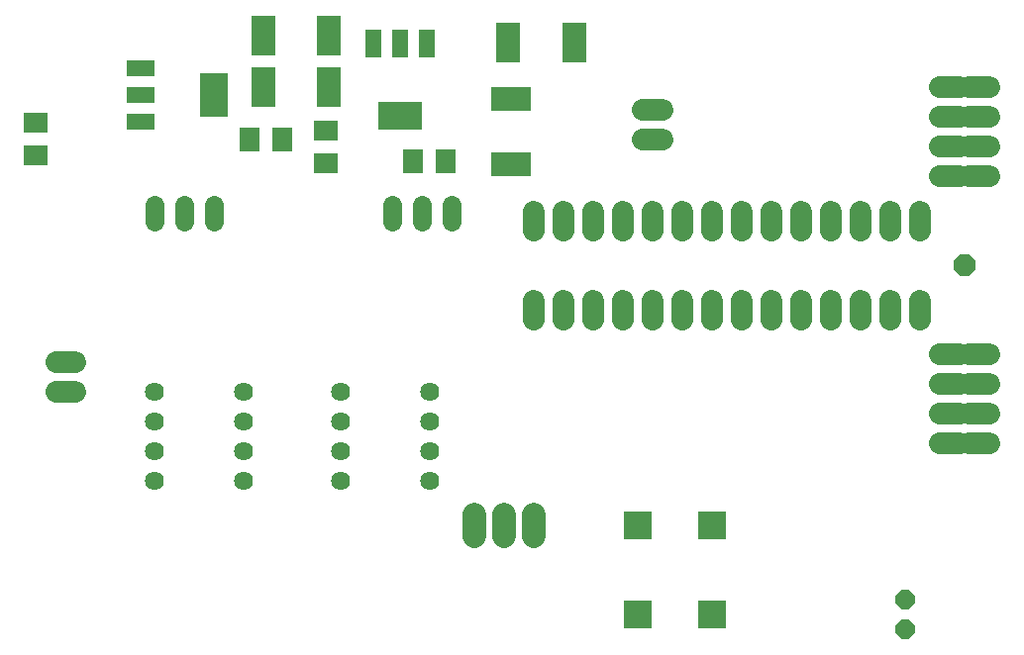
<source format=gts>
G75*
%MOIN*%
%OFA0B0*%
%FSLAX25Y25*%
%IPPOS*%
%LPD*%
%AMOC8*
5,1,8,0,0,1.08239X$1,22.5*
%
%ADD10R,0.07887X0.07099*%
%ADD11R,0.07099X0.07887*%
%ADD12R,0.09600X0.05600*%
%ADD13R,0.09461X0.14973*%
%ADD14R,0.05600X0.09600*%
%ADD15R,0.14973X0.09461*%
%ADD16C,0.06400*%
%ADD17C,0.07200*%
%ADD18OC8,0.06400*%
%ADD19R,0.07887X0.13398*%
%ADD20C,0.06400*%
%ADD21R,0.13398X0.07887*%
%ADD22R,0.09658X0.09658*%
%ADD23C,0.07924*%
%ADD24OC8,0.07200*%
D10*
X0164700Y0181688D03*
X0164700Y0192712D03*
X0067200Y0195212D03*
X0067200Y0184188D03*
D11*
X0139188Y0189700D03*
X0150212Y0189700D03*
X0194188Y0182200D03*
X0205212Y0182200D03*
D12*
X0102500Y0195600D03*
X0102500Y0204700D03*
X0102500Y0213800D03*
D13*
X0126901Y0204700D03*
D14*
X0180600Y0221900D03*
X0189700Y0221900D03*
X0198800Y0221900D03*
D15*
X0189700Y0197499D03*
D16*
X0107200Y0074700D03*
X0107200Y0084700D03*
X0107200Y0094700D03*
X0107200Y0104700D03*
X0137200Y0104700D03*
X0137200Y0094700D03*
X0137200Y0084700D03*
X0137200Y0074700D03*
X0169700Y0074700D03*
X0169700Y0084700D03*
X0169700Y0094700D03*
X0169700Y0104700D03*
X0199700Y0104700D03*
X0199700Y0094700D03*
X0199700Y0084700D03*
X0199700Y0074700D03*
D17*
X0234700Y0129000D02*
X0234700Y0135400D01*
X0244700Y0135400D02*
X0244700Y0129000D01*
X0254700Y0129000D02*
X0254700Y0135400D01*
X0264700Y0135400D02*
X0264700Y0129000D01*
X0274700Y0129000D02*
X0274700Y0135400D01*
X0284700Y0135400D02*
X0284700Y0129000D01*
X0294700Y0129000D02*
X0294700Y0135400D01*
X0304700Y0135400D02*
X0304700Y0129000D01*
X0314700Y0129000D02*
X0314700Y0135400D01*
X0324700Y0135400D02*
X0324700Y0129000D01*
X0334700Y0129000D02*
X0334700Y0135400D01*
X0344700Y0135400D02*
X0344700Y0129000D01*
X0354700Y0129000D02*
X0354700Y0135400D01*
X0364700Y0135400D02*
X0364700Y0129000D01*
X0371500Y0117200D02*
X0377900Y0117200D01*
X0381500Y0117200D02*
X0387900Y0117200D01*
X0387900Y0107200D02*
X0381500Y0107200D01*
X0377900Y0107200D02*
X0371500Y0107200D01*
X0371500Y0097200D02*
X0377900Y0097200D01*
X0381500Y0097200D02*
X0387900Y0097200D01*
X0387900Y0087200D02*
X0381500Y0087200D01*
X0377900Y0087200D02*
X0371500Y0087200D01*
X0364700Y0159000D02*
X0364700Y0165400D01*
X0354700Y0165400D02*
X0354700Y0159000D01*
X0344700Y0159000D02*
X0344700Y0165400D01*
X0334700Y0165400D02*
X0334700Y0159000D01*
X0324700Y0159000D02*
X0324700Y0165400D01*
X0314700Y0165400D02*
X0314700Y0159000D01*
X0304700Y0159000D02*
X0304700Y0165400D01*
X0294700Y0165400D02*
X0294700Y0159000D01*
X0284700Y0159000D02*
X0284700Y0165400D01*
X0274700Y0165400D02*
X0274700Y0159000D01*
X0264700Y0159000D02*
X0264700Y0165400D01*
X0254700Y0165400D02*
X0254700Y0159000D01*
X0244700Y0159000D02*
X0244700Y0165400D01*
X0234700Y0165400D02*
X0234700Y0159000D01*
X0271500Y0189700D02*
X0277900Y0189700D01*
X0277900Y0199700D02*
X0271500Y0199700D01*
X0371500Y0197200D02*
X0377900Y0197200D01*
X0381500Y0197200D02*
X0387900Y0197200D01*
X0387900Y0187200D02*
X0381500Y0187200D01*
X0377900Y0187200D02*
X0371500Y0187200D01*
X0371500Y0177200D02*
X0377900Y0177200D01*
X0381500Y0177200D02*
X0387900Y0177200D01*
X0387900Y0207200D02*
X0381500Y0207200D01*
X0377900Y0207200D02*
X0371500Y0207200D01*
X0080400Y0114700D02*
X0074000Y0114700D01*
X0074000Y0104700D02*
X0080400Y0104700D01*
D18*
X0359700Y0034700D03*
X0359700Y0024700D03*
D19*
X0165724Y0207200D03*
X0143676Y0207200D03*
X0143676Y0224700D03*
X0165724Y0224700D03*
X0226176Y0222200D03*
X0248224Y0222200D03*
D20*
X0207200Y0167500D02*
X0207200Y0161900D01*
X0197200Y0161900D02*
X0197200Y0167500D01*
X0187200Y0167500D02*
X0187200Y0161900D01*
X0127200Y0161900D02*
X0127200Y0167500D01*
X0117200Y0167500D02*
X0117200Y0161900D01*
X0107200Y0161900D02*
X0107200Y0167500D01*
D21*
X0227200Y0181176D03*
X0227200Y0203224D03*
D22*
X0269700Y0059700D03*
X0294700Y0059700D03*
X0294700Y0029700D03*
X0269700Y0029700D03*
D23*
X0234700Y0056138D02*
X0234700Y0063262D01*
X0224700Y0063262D02*
X0224700Y0056138D01*
X0214700Y0056138D02*
X0214700Y0063262D01*
D24*
X0379700Y0147200D03*
M02*

</source>
